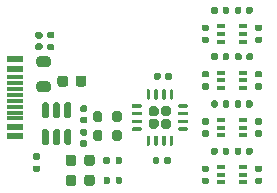
<source format=gtp>
G04 #@! TF.GenerationSoftware,KiCad,Pcbnew,9.0.1*
G04 #@! TF.CreationDate,2025-05-17T15:06:54+00:00*
G04 #@! TF.ProjectId,usb-uart,7573622d-7561-4727-942e-6b696361645f,rev?*
G04 #@! TF.SameCoordinates,Original*
G04 #@! TF.FileFunction,Paste,Top*
G04 #@! TF.FilePolarity,Positive*
%FSLAX46Y46*%
G04 Gerber Fmt 4.6, Leading zero omitted, Abs format (unit mm)*
G04 Created by KiCad (PCBNEW 9.0.1) date 2025-05-17 15:06:54*
%MOMM*%
%LPD*%
G01*
G04 APERTURE LIST*
%ADD10R,0.650000X0.400000*%
%ADD11R,1.450000X0.600000*%
%ADD12R,1.450000X0.300000*%
G04 APERTURE END LIST*
G36*
G01*
X112870000Y-90785000D02*
X112870000Y-90415000D01*
G75*
G02*
X113005000Y-90280000I135000J0D01*
G01*
X113275000Y-90280000D01*
G75*
G02*
X113410000Y-90415000I0J-135000D01*
G01*
X113410000Y-90785000D01*
G75*
G02*
X113275000Y-90920000I-135000J0D01*
G01*
X113005000Y-90920000D01*
G75*
G02*
X112870000Y-90785000I0J135000D01*
G01*
G37*
G36*
G01*
X113890000Y-90785000D02*
X113890000Y-90415000D01*
G75*
G02*
X114025000Y-90280000I135000J0D01*
G01*
X114295000Y-90280000D01*
G75*
G02*
X114430000Y-90415000I0J-135000D01*
G01*
X114430000Y-90785000D01*
G75*
G02*
X114295000Y-90920000I-135000J0D01*
G01*
X114025000Y-90920000D01*
G75*
G02*
X113890000Y-90785000I0J135000D01*
G01*
G37*
G36*
G01*
X125490000Y-85655000D02*
X125490000Y-85995000D01*
G75*
G02*
X125350000Y-86135000I-140000J0D01*
G01*
X125070000Y-86135000D01*
G75*
G02*
X124930000Y-85995000I0J140000D01*
G01*
X124930000Y-85655000D01*
G75*
G02*
X125070000Y-85515000I140000J0D01*
G01*
X125350000Y-85515000D01*
G75*
G02*
X125490000Y-85655000I0J-140000D01*
G01*
G37*
G36*
G01*
X124530000Y-85655000D02*
X124530000Y-85995000D01*
G75*
G02*
X124390000Y-86135000I-140000J0D01*
G01*
X124110000Y-86135000D01*
G75*
G02*
X123970000Y-85995000I0J140000D01*
G01*
X123970000Y-85655000D01*
G75*
G02*
X124110000Y-85515000I140000J0D01*
G01*
X124390000Y-85515000D01*
G75*
G02*
X124530000Y-85655000I0J-140000D01*
G01*
G37*
D10*
X122800000Y-91175000D03*
X122800000Y-91825000D03*
X122800000Y-92475000D03*
X124700000Y-92475000D03*
X124700000Y-91825000D03*
X124700000Y-91175000D03*
G36*
G01*
X112125000Y-90343750D02*
X112125000Y-90856250D01*
G75*
G02*
X111906250Y-91075000I-218750J0D01*
G01*
X111468750Y-91075000D01*
G75*
G02*
X111250000Y-90856250I0J218750D01*
G01*
X111250000Y-90343750D01*
G75*
G02*
X111468750Y-90125000I218750J0D01*
G01*
X111906250Y-90125000D01*
G75*
G02*
X112125000Y-90343750I0J-218750D01*
G01*
G37*
G36*
G01*
X110550000Y-90343750D02*
X110550000Y-90856250D01*
G75*
G02*
X110331250Y-91075000I-218750J0D01*
G01*
X109893750Y-91075000D01*
G75*
G02*
X109675000Y-90856250I0J218750D01*
G01*
X109675000Y-90343750D01*
G75*
G02*
X109893750Y-90125000I218750J0D01*
G01*
X110331250Y-90125000D01*
G75*
G02*
X110550000Y-90343750I0J-218750D01*
G01*
G37*
G36*
G01*
X125510000Y-77720000D02*
X125510000Y-78060000D01*
G75*
G02*
X125370000Y-78200000I-140000J0D01*
G01*
X125090000Y-78200000D01*
G75*
G02*
X124950000Y-78060000I0J140000D01*
G01*
X124950000Y-77720000D01*
G75*
G02*
X125090000Y-77580000I140000J0D01*
G01*
X125370000Y-77580000D01*
G75*
G02*
X125510000Y-77720000I0J-140000D01*
G01*
G37*
G36*
G01*
X124550000Y-77720000D02*
X124550000Y-78060000D01*
G75*
G02*
X124410000Y-78200000I-140000J0D01*
G01*
X124130000Y-78200000D01*
G75*
G02*
X123990000Y-78060000I0J140000D01*
G01*
X123990000Y-77720000D01*
G75*
G02*
X124130000Y-77580000I140000J0D01*
G01*
X124410000Y-77580000D01*
G75*
G02*
X124550000Y-77720000I0J-140000D01*
G01*
G37*
G36*
G01*
X121315000Y-91045000D02*
X121685000Y-91045000D01*
G75*
G02*
X121820000Y-91180000I0J-135000D01*
G01*
X121820000Y-91450000D01*
G75*
G02*
X121685000Y-91585000I-135000J0D01*
G01*
X121315000Y-91585000D01*
G75*
G02*
X121180000Y-91450000I0J135000D01*
G01*
X121180000Y-91180000D01*
G75*
G02*
X121315000Y-91045000I135000J0D01*
G01*
G37*
G36*
G01*
X121315000Y-92065000D02*
X121685000Y-92065000D01*
G75*
G02*
X121820000Y-92200000I0J-135000D01*
G01*
X121820000Y-92470000D01*
G75*
G02*
X121685000Y-92605000I-135000J0D01*
G01*
X121315000Y-92605000D01*
G75*
G02*
X121180000Y-92470000I0J135000D01*
G01*
X121180000Y-92200000D01*
G75*
G02*
X121315000Y-92065000I135000J0D01*
G01*
G37*
G36*
G01*
X111975000Y-87175000D02*
X111975000Y-86625000D01*
G75*
G02*
X112175000Y-86425000I200000J0D01*
G01*
X112575000Y-86425000D01*
G75*
G02*
X112775000Y-86625000I0J-200000D01*
G01*
X112775000Y-87175000D01*
G75*
G02*
X112575000Y-87375000I-200000J0D01*
G01*
X112175000Y-87375000D01*
G75*
G02*
X111975000Y-87175000I0J200000D01*
G01*
G37*
G36*
G01*
X113625000Y-87175000D02*
X113625000Y-86625000D01*
G75*
G02*
X113825000Y-86425000I200000J0D01*
G01*
X114225000Y-86425000D01*
G75*
G02*
X114425000Y-86625000I0J-200000D01*
G01*
X114425000Y-87175000D01*
G75*
G02*
X114225000Y-87375000I-200000J0D01*
G01*
X113825000Y-87375000D01*
G75*
G02*
X113625000Y-87175000I0J200000D01*
G01*
G37*
G36*
G01*
X107015000Y-90020000D02*
X107385000Y-90020000D01*
G75*
G02*
X107520000Y-90155000I0J-135000D01*
G01*
X107520000Y-90425000D01*
G75*
G02*
X107385000Y-90560000I-135000J0D01*
G01*
X107015000Y-90560000D01*
G75*
G02*
X106880000Y-90425000I0J135000D01*
G01*
X106880000Y-90155000D01*
G75*
G02*
X107015000Y-90020000I135000J0D01*
G01*
G37*
G36*
G01*
X107015000Y-91040000D02*
X107385000Y-91040000D01*
G75*
G02*
X107520000Y-91175000I0J-135000D01*
G01*
X107520000Y-91445000D01*
G75*
G02*
X107385000Y-91580000I-135000J0D01*
G01*
X107015000Y-91580000D01*
G75*
G02*
X106880000Y-91445000I0J135000D01*
G01*
X106880000Y-91175000D01*
G75*
G02*
X107015000Y-91040000I135000J0D01*
G01*
G37*
X122800000Y-79240000D03*
X122800000Y-79890000D03*
X122800000Y-80540000D03*
X124700000Y-80540000D03*
X124700000Y-79890000D03*
X124700000Y-79240000D03*
G36*
G01*
X121990000Y-85995000D02*
X121990000Y-85655000D01*
G75*
G02*
X122130000Y-85515000I140000J0D01*
G01*
X122410000Y-85515000D01*
G75*
G02*
X122550000Y-85655000I0J-140000D01*
G01*
X122550000Y-85995000D01*
G75*
G02*
X122410000Y-86135000I-140000J0D01*
G01*
X122130000Y-86135000D01*
G75*
G02*
X121990000Y-85995000I0J140000D01*
G01*
G37*
G36*
G01*
X122950000Y-85995000D02*
X122950000Y-85655000D01*
G75*
G02*
X123090000Y-85515000I140000J0D01*
G01*
X123370000Y-85515000D01*
G75*
G02*
X123510000Y-85655000I0J-140000D01*
G01*
X123510000Y-85995000D01*
G75*
G02*
X123370000Y-86135000I-140000J0D01*
G01*
X123090000Y-86135000D01*
G75*
G02*
X122950000Y-85995000I0J140000D01*
G01*
G37*
G36*
G01*
X125815000Y-91045000D02*
X126185000Y-91045000D01*
G75*
G02*
X126320000Y-91180000I0J-135000D01*
G01*
X126320000Y-91450000D01*
G75*
G02*
X126185000Y-91585000I-135000J0D01*
G01*
X125815000Y-91585000D01*
G75*
G02*
X125680000Y-91450000I0J135000D01*
G01*
X125680000Y-91180000D01*
G75*
G02*
X125815000Y-91045000I135000J0D01*
G01*
G37*
G36*
G01*
X125815000Y-92065000D02*
X126185000Y-92065000D01*
G75*
G02*
X126320000Y-92200000I0J-135000D01*
G01*
X126320000Y-92470000D01*
G75*
G02*
X126185000Y-92605000I-135000J0D01*
G01*
X125815000Y-92605000D01*
G75*
G02*
X125680000Y-92470000I0J135000D01*
G01*
X125680000Y-92200000D01*
G75*
G02*
X125815000Y-92065000I135000J0D01*
G01*
G37*
X122800000Y-87175000D03*
X122800000Y-87825000D03*
X122800000Y-88475000D03*
X124700000Y-88475000D03*
X124700000Y-87825000D03*
X124700000Y-87175000D03*
G36*
G01*
X125510000Y-89655000D02*
X125510000Y-89995000D01*
G75*
G02*
X125370000Y-90135000I-140000J0D01*
G01*
X125090000Y-90135000D01*
G75*
G02*
X124950000Y-89995000I0J140000D01*
G01*
X124950000Y-89655000D01*
G75*
G02*
X125090000Y-89515000I140000J0D01*
G01*
X125370000Y-89515000D01*
G75*
G02*
X125510000Y-89655000I0J-140000D01*
G01*
G37*
G36*
G01*
X124550000Y-89655000D02*
X124550000Y-89995000D01*
G75*
G02*
X124410000Y-90135000I-140000J0D01*
G01*
X124130000Y-90135000D01*
G75*
G02*
X123990000Y-89995000I0J140000D01*
G01*
X123990000Y-89655000D01*
G75*
G02*
X124130000Y-89515000I140000J0D01*
G01*
X124410000Y-89515000D01*
G75*
G02*
X124550000Y-89655000I0J-140000D01*
G01*
G37*
G36*
G01*
X125815000Y-83045000D02*
X126185000Y-83045000D01*
G75*
G02*
X126320000Y-83180000I0J-135000D01*
G01*
X126320000Y-83450000D01*
G75*
G02*
X126185000Y-83585000I-135000J0D01*
G01*
X125815000Y-83585000D01*
G75*
G02*
X125680000Y-83450000I0J135000D01*
G01*
X125680000Y-83180000D01*
G75*
G02*
X125815000Y-83045000I135000J0D01*
G01*
G37*
G36*
G01*
X125815000Y-84065000D02*
X126185000Y-84065000D01*
G75*
G02*
X126320000Y-84200000I0J-135000D01*
G01*
X126320000Y-84470000D01*
G75*
G02*
X126185000Y-84605000I-135000J0D01*
G01*
X125815000Y-84605000D01*
G75*
G02*
X125680000Y-84470000I0J135000D01*
G01*
X125680000Y-84200000D01*
G75*
G02*
X125815000Y-84065000I135000J0D01*
G01*
G37*
X122800000Y-83175000D03*
X122800000Y-83825000D03*
X122800000Y-84475000D03*
X124700000Y-84475000D03*
X124700000Y-83825000D03*
X124700000Y-83175000D03*
G36*
G01*
X121990000Y-78060000D02*
X121990000Y-77720000D01*
G75*
G02*
X122130000Y-77580000I140000J0D01*
G01*
X122410000Y-77580000D01*
G75*
G02*
X122550000Y-77720000I0J-140000D01*
G01*
X122550000Y-78060000D01*
G75*
G02*
X122410000Y-78200000I-140000J0D01*
G01*
X122130000Y-78200000D01*
G75*
G02*
X121990000Y-78060000I0J140000D01*
G01*
G37*
G36*
G01*
X122950000Y-78060000D02*
X122950000Y-77720000D01*
G75*
G02*
X123090000Y-77580000I140000J0D01*
G01*
X123370000Y-77580000D01*
G75*
G02*
X123510000Y-77720000I0J-140000D01*
G01*
X123510000Y-78060000D01*
G75*
G02*
X123370000Y-78200000I-140000J0D01*
G01*
X123090000Y-78200000D01*
G75*
G02*
X122950000Y-78060000I0J140000D01*
G01*
G37*
G36*
G01*
X118660000Y-83330000D02*
X118660000Y-83670000D01*
G75*
G02*
X118520000Y-83810000I-140000J0D01*
G01*
X118240000Y-83810000D01*
G75*
G02*
X118100000Y-83670000I0J140000D01*
G01*
X118100000Y-83330000D01*
G75*
G02*
X118240000Y-83190000I140000J0D01*
G01*
X118520000Y-83190000D01*
G75*
G02*
X118660000Y-83330000I0J-140000D01*
G01*
G37*
G36*
G01*
X117700000Y-83330000D02*
X117700000Y-83670000D01*
G75*
G02*
X117560000Y-83810000I-140000J0D01*
G01*
X117280000Y-83810000D01*
G75*
G02*
X117140000Y-83670000I0J140000D01*
G01*
X117140000Y-83330000D01*
G75*
G02*
X117280000Y-83190000I140000J0D01*
G01*
X117560000Y-83190000D01*
G75*
G02*
X117700000Y-83330000I0J-140000D01*
G01*
G37*
G36*
G01*
X112125000Y-92043750D02*
X112125000Y-92556250D01*
G75*
G02*
X111906250Y-92775000I-218750J0D01*
G01*
X111468750Y-92775000D01*
G75*
G02*
X111250000Y-92556250I0J218750D01*
G01*
X111250000Y-92043750D01*
G75*
G02*
X111468750Y-91825000I218750J0D01*
G01*
X111906250Y-91825000D01*
G75*
G02*
X112125000Y-92043750I0J-218750D01*
G01*
G37*
G36*
G01*
X110550000Y-92043750D02*
X110550000Y-92556250D01*
G75*
G02*
X110331250Y-92775000I-218750J0D01*
G01*
X109893750Y-92775000D01*
G75*
G02*
X109675000Y-92556250I0J218750D01*
G01*
X109675000Y-92043750D01*
G75*
G02*
X109893750Y-91825000I218750J0D01*
G01*
X110331250Y-91825000D01*
G75*
G02*
X110550000Y-92043750I0J-218750D01*
G01*
G37*
G36*
G01*
X112880000Y-92485000D02*
X112880000Y-92115000D01*
G75*
G02*
X113015000Y-91980000I135000J0D01*
G01*
X113285000Y-91980000D01*
G75*
G02*
X113420000Y-92115000I0J-135000D01*
G01*
X113420000Y-92485000D01*
G75*
G02*
X113285000Y-92620000I-135000J0D01*
G01*
X113015000Y-92620000D01*
G75*
G02*
X112880000Y-92485000I0J135000D01*
G01*
G37*
G36*
G01*
X113900000Y-92485000D02*
X113900000Y-92115000D01*
G75*
G02*
X114035000Y-91980000I135000J0D01*
G01*
X114305000Y-91980000D01*
G75*
G02*
X114440000Y-92115000I0J-135000D01*
G01*
X114440000Y-92485000D01*
G75*
G02*
X114305000Y-92620000I-135000J0D01*
G01*
X114035000Y-92620000D01*
G75*
G02*
X113900000Y-92485000I0J135000D01*
G01*
G37*
G36*
G01*
X121990000Y-89995000D02*
X121990000Y-89655000D01*
G75*
G02*
X122130000Y-89515000I140000J0D01*
G01*
X122410000Y-89515000D01*
G75*
G02*
X122550000Y-89655000I0J-140000D01*
G01*
X122550000Y-89995000D01*
G75*
G02*
X122410000Y-90135000I-140000J0D01*
G01*
X122130000Y-90135000D01*
G75*
G02*
X121990000Y-89995000I0J140000D01*
G01*
G37*
G36*
G01*
X122950000Y-89995000D02*
X122950000Y-89655000D01*
G75*
G02*
X123090000Y-89515000I140000J0D01*
G01*
X123370000Y-89515000D01*
G75*
G02*
X123510000Y-89655000I0J-140000D01*
G01*
X123510000Y-89995000D01*
G75*
G02*
X123370000Y-90135000I-140000J0D01*
G01*
X123090000Y-90135000D01*
G75*
G02*
X122950000Y-89995000I0J140000D01*
G01*
G37*
G36*
G01*
X121990000Y-81995000D02*
X121990000Y-81655000D01*
G75*
G02*
X122130000Y-81515000I140000J0D01*
G01*
X122410000Y-81515000D01*
G75*
G02*
X122550000Y-81655000I0J-140000D01*
G01*
X122550000Y-81995000D01*
G75*
G02*
X122410000Y-82135000I-140000J0D01*
G01*
X122130000Y-82135000D01*
G75*
G02*
X121990000Y-81995000I0J140000D01*
G01*
G37*
G36*
G01*
X122950000Y-81995000D02*
X122950000Y-81655000D01*
G75*
G02*
X123090000Y-81515000I140000J0D01*
G01*
X123370000Y-81515000D01*
G75*
G02*
X123510000Y-81655000I0J-140000D01*
G01*
X123510000Y-81995000D01*
G75*
G02*
X123370000Y-82135000I-140000J0D01*
G01*
X123090000Y-82135000D01*
G75*
G02*
X122950000Y-81995000I0J140000D01*
G01*
G37*
G36*
G01*
X125530000Y-81655000D02*
X125530000Y-81995000D01*
G75*
G02*
X125390000Y-82135000I-140000J0D01*
G01*
X125110000Y-82135000D01*
G75*
G02*
X124970000Y-81995000I0J140000D01*
G01*
X124970000Y-81655000D01*
G75*
G02*
X125110000Y-81515000I140000J0D01*
G01*
X125390000Y-81515000D01*
G75*
G02*
X125530000Y-81655000I0J-140000D01*
G01*
G37*
G36*
G01*
X124570000Y-81655000D02*
X124570000Y-81995000D01*
G75*
G02*
X124430000Y-82135000I-140000J0D01*
G01*
X124150000Y-82135000D01*
G75*
G02*
X124010000Y-81995000I0J140000D01*
G01*
X124010000Y-81655000D01*
G75*
G02*
X124150000Y-81515000I140000J0D01*
G01*
X124430000Y-81515000D01*
G75*
G02*
X124570000Y-81655000I0J-140000D01*
G01*
G37*
G36*
G01*
X121315000Y-79110000D02*
X121685000Y-79110000D01*
G75*
G02*
X121820000Y-79245000I0J-135000D01*
G01*
X121820000Y-79515000D01*
G75*
G02*
X121685000Y-79650000I-135000J0D01*
G01*
X121315000Y-79650000D01*
G75*
G02*
X121180000Y-79515000I0J135000D01*
G01*
X121180000Y-79245000D01*
G75*
G02*
X121315000Y-79110000I135000J0D01*
G01*
G37*
G36*
G01*
X121315000Y-80130000D02*
X121685000Y-80130000D01*
G75*
G02*
X121820000Y-80265000I0J-135000D01*
G01*
X121820000Y-80535000D01*
G75*
G02*
X121685000Y-80670000I-135000J0D01*
G01*
X121315000Y-80670000D01*
G75*
G02*
X121180000Y-80535000I0J135000D01*
G01*
X121180000Y-80265000D01*
G75*
G02*
X121315000Y-80130000I135000J0D01*
G01*
G37*
G36*
G01*
X107418750Y-81800000D02*
X108181250Y-81800000D01*
G75*
G02*
X108400000Y-82018750I0J-218750D01*
G01*
X108400000Y-82456250D01*
G75*
G02*
X108181250Y-82675000I-218750J0D01*
G01*
X107418750Y-82675000D01*
G75*
G02*
X107200000Y-82456250I0J218750D01*
G01*
X107200000Y-82018750D01*
G75*
G02*
X107418750Y-81800000I218750J0D01*
G01*
G37*
G36*
G01*
X107418750Y-83925000D02*
X108181250Y-83925000D01*
G75*
G02*
X108400000Y-84143750I0J-218750D01*
G01*
X108400000Y-84581250D01*
G75*
G02*
X108181250Y-84800000I-218750J0D01*
G01*
X107418750Y-84800000D01*
G75*
G02*
X107200000Y-84581250I0J218750D01*
G01*
X107200000Y-84143750D01*
G75*
G02*
X107418750Y-83925000I218750J0D01*
G01*
G37*
G36*
G01*
X108975000Y-84150000D02*
X108975000Y-83650000D01*
G75*
G02*
X109200000Y-83425000I225000J0D01*
G01*
X109650000Y-83425000D01*
G75*
G02*
X109875000Y-83650000I0J-225000D01*
G01*
X109875000Y-84150000D01*
G75*
G02*
X109650000Y-84375000I-225000J0D01*
G01*
X109200000Y-84375000D01*
G75*
G02*
X108975000Y-84150000I0J225000D01*
G01*
G37*
G36*
G01*
X110525000Y-84150000D02*
X110525000Y-83650000D01*
G75*
G02*
X110750000Y-83425000I225000J0D01*
G01*
X111200000Y-83425000D01*
G75*
G02*
X111425000Y-83650000I0J-225000D01*
G01*
X111425000Y-84150000D01*
G75*
G02*
X111200000Y-84375000I-225000J0D01*
G01*
X110750000Y-84375000D01*
G75*
G02*
X110525000Y-84150000I0J225000D01*
G01*
G37*
G36*
G01*
X111030000Y-87940000D02*
X111370000Y-87940000D01*
G75*
G02*
X111510000Y-88080000I0J-140000D01*
G01*
X111510000Y-88360000D01*
G75*
G02*
X111370000Y-88500000I-140000J0D01*
G01*
X111030000Y-88500000D01*
G75*
G02*
X110890000Y-88360000I0J140000D01*
G01*
X110890000Y-88080000D01*
G75*
G02*
X111030000Y-87940000I140000J0D01*
G01*
G37*
G36*
G01*
X111030000Y-88900000D02*
X111370000Y-88900000D01*
G75*
G02*
X111510000Y-89040000I0J-140000D01*
G01*
X111510000Y-89320000D01*
G75*
G02*
X111370000Y-89460000I-140000J0D01*
G01*
X111030000Y-89460000D01*
G75*
G02*
X110890000Y-89320000I0J140000D01*
G01*
X110890000Y-89040000D01*
G75*
G02*
X111030000Y-88900000I140000J0D01*
G01*
G37*
D11*
X105395000Y-82050000D03*
X105395000Y-82850000D03*
D12*
X105395000Y-84050000D03*
X105395000Y-85050000D03*
X105395000Y-85550000D03*
X105395000Y-86550000D03*
D11*
X105395000Y-87750000D03*
X105395000Y-88550000D03*
X105395000Y-88550000D03*
X105395000Y-87750000D03*
D12*
X105395000Y-87050000D03*
X105395000Y-86050000D03*
X105395000Y-84550000D03*
X105395000Y-83550000D03*
D11*
X105395000Y-82850000D03*
X105395000Y-82050000D03*
G36*
G01*
X121315000Y-83045000D02*
X121685000Y-83045000D01*
G75*
G02*
X121820000Y-83180000I0J-135000D01*
G01*
X121820000Y-83450000D01*
G75*
G02*
X121685000Y-83585000I-135000J0D01*
G01*
X121315000Y-83585000D01*
G75*
G02*
X121180000Y-83450000I0J135000D01*
G01*
X121180000Y-83180000D01*
G75*
G02*
X121315000Y-83045000I135000J0D01*
G01*
G37*
G36*
G01*
X121315000Y-84065000D02*
X121685000Y-84065000D01*
G75*
G02*
X121820000Y-84200000I0J-135000D01*
G01*
X121820000Y-84470000D01*
G75*
G02*
X121685000Y-84605000I-135000J0D01*
G01*
X121315000Y-84605000D01*
G75*
G02*
X121180000Y-84470000I0J135000D01*
G01*
X121180000Y-84200000D01*
G75*
G02*
X121315000Y-84065000I135000J0D01*
G01*
G37*
G36*
G01*
X117040000Y-90770000D02*
X117040000Y-90430000D01*
G75*
G02*
X117180000Y-90290000I140000J0D01*
G01*
X117460000Y-90290000D01*
G75*
G02*
X117600000Y-90430000I0J-140000D01*
G01*
X117600000Y-90770000D01*
G75*
G02*
X117460000Y-90910000I-140000J0D01*
G01*
X117180000Y-90910000D01*
G75*
G02*
X117040000Y-90770000I0J140000D01*
G01*
G37*
G36*
G01*
X118000000Y-90770000D02*
X118000000Y-90430000D01*
G75*
G02*
X118140000Y-90290000I140000J0D01*
G01*
X118420000Y-90290000D01*
G75*
G02*
X118560000Y-90430000I0J-140000D01*
G01*
X118560000Y-90770000D01*
G75*
G02*
X118420000Y-90910000I-140000J0D01*
G01*
X118140000Y-90910000D01*
G75*
G02*
X118000000Y-90770000I0J140000D01*
G01*
G37*
G36*
G01*
X121315000Y-87045000D02*
X121685000Y-87045000D01*
G75*
G02*
X121820000Y-87180000I0J-135000D01*
G01*
X121820000Y-87450000D01*
G75*
G02*
X121685000Y-87585000I-135000J0D01*
G01*
X121315000Y-87585000D01*
G75*
G02*
X121180000Y-87450000I0J135000D01*
G01*
X121180000Y-87180000D01*
G75*
G02*
X121315000Y-87045000I135000J0D01*
G01*
G37*
G36*
G01*
X121315000Y-88065000D02*
X121685000Y-88065000D01*
G75*
G02*
X121820000Y-88200000I0J-135000D01*
G01*
X121820000Y-88470000D01*
G75*
G02*
X121685000Y-88605000I-135000J0D01*
G01*
X121315000Y-88605000D01*
G75*
G02*
X121180000Y-88470000I0J135000D01*
G01*
X121180000Y-88200000D01*
G75*
G02*
X121315000Y-88065000I135000J0D01*
G01*
G37*
G36*
G01*
X111975000Y-88775000D02*
X111975000Y-88225000D01*
G75*
G02*
X112175000Y-88025000I200000J0D01*
G01*
X112575000Y-88025000D01*
G75*
G02*
X112775000Y-88225000I0J-200000D01*
G01*
X112775000Y-88775000D01*
G75*
G02*
X112575000Y-88975000I-200000J0D01*
G01*
X112175000Y-88975000D01*
G75*
G02*
X111975000Y-88775000I0J200000D01*
G01*
G37*
G36*
G01*
X113625000Y-88775000D02*
X113625000Y-88225000D01*
G75*
G02*
X113825000Y-88025000I200000J0D01*
G01*
X114225000Y-88025000D01*
G75*
G02*
X114425000Y-88225000I0J-200000D01*
G01*
X114425000Y-88775000D01*
G75*
G02*
X114225000Y-88975000I-200000J0D01*
G01*
X113825000Y-88975000D01*
G75*
G02*
X113625000Y-88775000I0J200000D01*
G01*
G37*
G36*
G01*
X117962500Y-86025000D02*
X118387500Y-86025000D01*
G75*
G02*
X118600000Y-86237500I0J-212500D01*
G01*
X118600000Y-86662500D01*
G75*
G02*
X118387500Y-86875000I-212500J0D01*
G01*
X117962500Y-86875000D01*
G75*
G02*
X117750000Y-86662500I0J212500D01*
G01*
X117750000Y-86237500D01*
G75*
G02*
X117962500Y-86025000I212500J0D01*
G01*
G37*
G36*
G01*
X116912500Y-86025000D02*
X117337500Y-86025000D01*
G75*
G02*
X117550000Y-86237500I0J-212500D01*
G01*
X117550000Y-86662500D01*
G75*
G02*
X117337500Y-86875000I-212500J0D01*
G01*
X116912500Y-86875000D01*
G75*
G02*
X116700000Y-86662500I0J212500D01*
G01*
X116700000Y-86237500D01*
G75*
G02*
X116912500Y-86025000I212500J0D01*
G01*
G37*
G36*
G01*
X117962500Y-87075000D02*
X118387500Y-87075000D01*
G75*
G02*
X118600000Y-87287500I0J-212500D01*
G01*
X118600000Y-87712500D01*
G75*
G02*
X118387500Y-87925000I-212500J0D01*
G01*
X117962500Y-87925000D01*
G75*
G02*
X117750000Y-87712500I0J212500D01*
G01*
X117750000Y-87287500D01*
G75*
G02*
X117962500Y-87075000I212500J0D01*
G01*
G37*
G36*
G01*
X116912500Y-87075000D02*
X117337500Y-87075000D01*
G75*
G02*
X117550000Y-87287500I0J-212500D01*
G01*
X117550000Y-87712500D01*
G75*
G02*
X117337500Y-87925000I-212500J0D01*
G01*
X116912500Y-87925000D01*
G75*
G02*
X116700000Y-87712500I0J212500D01*
G01*
X116700000Y-87287500D01*
G75*
G02*
X116912500Y-87075000I212500J0D01*
G01*
G37*
G36*
G01*
X118550000Y-84600000D02*
X118700000Y-84600000D01*
G75*
G02*
X118775000Y-84675000I0J-75000D01*
G01*
X118775000Y-85375000D01*
G75*
G02*
X118700000Y-85450000I-75000J0D01*
G01*
X118550000Y-85450000D01*
G75*
G02*
X118475000Y-85375000I0J75000D01*
G01*
X118475000Y-84675000D01*
G75*
G02*
X118550000Y-84600000I75000J0D01*
G01*
G37*
G36*
G01*
X117900000Y-84600000D02*
X118050000Y-84600000D01*
G75*
G02*
X118125000Y-84675000I0J-75000D01*
G01*
X118125000Y-85375000D01*
G75*
G02*
X118050000Y-85450000I-75000J0D01*
G01*
X117900000Y-85450000D01*
G75*
G02*
X117825000Y-85375000I0J75000D01*
G01*
X117825000Y-84675000D01*
G75*
G02*
X117900000Y-84600000I75000J0D01*
G01*
G37*
G36*
G01*
X117250000Y-84600000D02*
X117400000Y-84600000D01*
G75*
G02*
X117475000Y-84675000I0J-75000D01*
G01*
X117475000Y-85375000D01*
G75*
G02*
X117400000Y-85450000I-75000J0D01*
G01*
X117250000Y-85450000D01*
G75*
G02*
X117175000Y-85375000I0J75000D01*
G01*
X117175000Y-84675000D01*
G75*
G02*
X117250000Y-84600000I75000J0D01*
G01*
G37*
G36*
G01*
X116600000Y-84600000D02*
X116750000Y-84600000D01*
G75*
G02*
X116825000Y-84675000I0J-75000D01*
G01*
X116825000Y-85375000D01*
G75*
G02*
X116750000Y-85450000I-75000J0D01*
G01*
X116600000Y-85450000D01*
G75*
G02*
X116525000Y-85375000I0J75000D01*
G01*
X116525000Y-84675000D01*
G75*
G02*
X116600000Y-84600000I75000J0D01*
G01*
G37*
G36*
G01*
X115350000Y-85850000D02*
X116050000Y-85850000D01*
G75*
G02*
X116125000Y-85925000I0J-75000D01*
G01*
X116125000Y-86075000D01*
G75*
G02*
X116050000Y-86150000I-75000J0D01*
G01*
X115350000Y-86150000D01*
G75*
G02*
X115275000Y-86075000I0J75000D01*
G01*
X115275000Y-85925000D01*
G75*
G02*
X115350000Y-85850000I75000J0D01*
G01*
G37*
G36*
G01*
X115350000Y-86500000D02*
X116050000Y-86500000D01*
G75*
G02*
X116125000Y-86575000I0J-75000D01*
G01*
X116125000Y-86725000D01*
G75*
G02*
X116050000Y-86800000I-75000J0D01*
G01*
X115350000Y-86800000D01*
G75*
G02*
X115275000Y-86725000I0J75000D01*
G01*
X115275000Y-86575000D01*
G75*
G02*
X115350000Y-86500000I75000J0D01*
G01*
G37*
G36*
G01*
X115350000Y-87150000D02*
X116050000Y-87150000D01*
G75*
G02*
X116125000Y-87225000I0J-75000D01*
G01*
X116125000Y-87375000D01*
G75*
G02*
X116050000Y-87450000I-75000J0D01*
G01*
X115350000Y-87450000D01*
G75*
G02*
X115275000Y-87375000I0J75000D01*
G01*
X115275000Y-87225000D01*
G75*
G02*
X115350000Y-87150000I75000J0D01*
G01*
G37*
G36*
G01*
X115350000Y-87800000D02*
X116050000Y-87800000D01*
G75*
G02*
X116125000Y-87875000I0J-75000D01*
G01*
X116125000Y-88025000D01*
G75*
G02*
X116050000Y-88100000I-75000J0D01*
G01*
X115350000Y-88100000D01*
G75*
G02*
X115275000Y-88025000I0J75000D01*
G01*
X115275000Y-87875000D01*
G75*
G02*
X115350000Y-87800000I75000J0D01*
G01*
G37*
G36*
G01*
X116600000Y-88500000D02*
X116750000Y-88500000D01*
G75*
G02*
X116825000Y-88575000I0J-75000D01*
G01*
X116825000Y-89275000D01*
G75*
G02*
X116750000Y-89350000I-75000J0D01*
G01*
X116600000Y-89350000D01*
G75*
G02*
X116525000Y-89275000I0J75000D01*
G01*
X116525000Y-88575000D01*
G75*
G02*
X116600000Y-88500000I75000J0D01*
G01*
G37*
G36*
G01*
X117250000Y-88500000D02*
X117400000Y-88500000D01*
G75*
G02*
X117475000Y-88575000I0J-75000D01*
G01*
X117475000Y-89275000D01*
G75*
G02*
X117400000Y-89350000I-75000J0D01*
G01*
X117250000Y-89350000D01*
G75*
G02*
X117175000Y-89275000I0J75000D01*
G01*
X117175000Y-88575000D01*
G75*
G02*
X117250000Y-88500000I75000J0D01*
G01*
G37*
G36*
G01*
X117900000Y-88500000D02*
X118050000Y-88500000D01*
G75*
G02*
X118125000Y-88575000I0J-75000D01*
G01*
X118125000Y-89275000D01*
G75*
G02*
X118050000Y-89350000I-75000J0D01*
G01*
X117900000Y-89350000D01*
G75*
G02*
X117825000Y-89275000I0J75000D01*
G01*
X117825000Y-88575000D01*
G75*
G02*
X117900000Y-88500000I75000J0D01*
G01*
G37*
G36*
G01*
X118550000Y-88500000D02*
X118700000Y-88500000D01*
G75*
G02*
X118775000Y-88575000I0J-75000D01*
G01*
X118775000Y-89275000D01*
G75*
G02*
X118700000Y-89350000I-75000J0D01*
G01*
X118550000Y-89350000D01*
G75*
G02*
X118475000Y-89275000I0J75000D01*
G01*
X118475000Y-88575000D01*
G75*
G02*
X118550000Y-88500000I75000J0D01*
G01*
G37*
G36*
G01*
X119250000Y-87800000D02*
X119950000Y-87800000D01*
G75*
G02*
X120025000Y-87875000I0J-75000D01*
G01*
X120025000Y-88025000D01*
G75*
G02*
X119950000Y-88100000I-75000J0D01*
G01*
X119250000Y-88100000D01*
G75*
G02*
X119175000Y-88025000I0J75000D01*
G01*
X119175000Y-87875000D01*
G75*
G02*
X119250000Y-87800000I75000J0D01*
G01*
G37*
G36*
G01*
X119250000Y-87150000D02*
X119950000Y-87150000D01*
G75*
G02*
X120025000Y-87225000I0J-75000D01*
G01*
X120025000Y-87375000D01*
G75*
G02*
X119950000Y-87450000I-75000J0D01*
G01*
X119250000Y-87450000D01*
G75*
G02*
X119175000Y-87375000I0J75000D01*
G01*
X119175000Y-87225000D01*
G75*
G02*
X119250000Y-87150000I75000J0D01*
G01*
G37*
G36*
G01*
X119250000Y-86500000D02*
X119950000Y-86500000D01*
G75*
G02*
X120025000Y-86575000I0J-75000D01*
G01*
X120025000Y-86725000D01*
G75*
G02*
X119950000Y-86800000I-75000J0D01*
G01*
X119250000Y-86800000D01*
G75*
G02*
X119175000Y-86725000I0J75000D01*
G01*
X119175000Y-86575000D01*
G75*
G02*
X119250000Y-86500000I75000J0D01*
G01*
G37*
G36*
G01*
X119250000Y-85850000D02*
X119950000Y-85850000D01*
G75*
G02*
X120025000Y-85925000I0J-75000D01*
G01*
X120025000Y-86075000D01*
G75*
G02*
X119950000Y-86150000I-75000J0D01*
G01*
X119250000Y-86150000D01*
G75*
G02*
X119175000Y-86075000I0J75000D01*
G01*
X119175000Y-85925000D01*
G75*
G02*
X119250000Y-85850000I75000J0D01*
G01*
G37*
G36*
G01*
X111370000Y-87460000D02*
X111030000Y-87460000D01*
G75*
G02*
X110890000Y-87320000I0J140000D01*
G01*
X110890000Y-87040000D01*
G75*
G02*
X111030000Y-86900000I140000J0D01*
G01*
X111370000Y-86900000D01*
G75*
G02*
X111510000Y-87040000I0J-140000D01*
G01*
X111510000Y-87320000D01*
G75*
G02*
X111370000Y-87460000I-140000J0D01*
G01*
G37*
G36*
G01*
X111370000Y-86500000D02*
X111030000Y-86500000D01*
G75*
G02*
X110890000Y-86360000I0J140000D01*
G01*
X110890000Y-86080000D01*
G75*
G02*
X111030000Y-85940000I140000J0D01*
G01*
X111370000Y-85940000D01*
G75*
G02*
X111510000Y-86080000I0J-140000D01*
G01*
X111510000Y-86360000D01*
G75*
G02*
X111370000Y-86500000I-140000J0D01*
G01*
G37*
G36*
G01*
X125815000Y-79110000D02*
X126185000Y-79110000D01*
G75*
G02*
X126320000Y-79245000I0J-135000D01*
G01*
X126320000Y-79515000D01*
G75*
G02*
X126185000Y-79650000I-135000J0D01*
G01*
X125815000Y-79650000D01*
G75*
G02*
X125680000Y-79515000I0J135000D01*
G01*
X125680000Y-79245000D01*
G75*
G02*
X125815000Y-79110000I135000J0D01*
G01*
G37*
G36*
G01*
X125815000Y-80130000D02*
X126185000Y-80130000D01*
G75*
G02*
X126320000Y-80265000I0J-135000D01*
G01*
X126320000Y-80535000D01*
G75*
G02*
X126185000Y-80670000I-135000J0D01*
G01*
X125815000Y-80670000D01*
G75*
G02*
X125680000Y-80535000I0J135000D01*
G01*
X125680000Y-80265000D01*
G75*
G02*
X125815000Y-80130000I135000J0D01*
G01*
G37*
G36*
G01*
X108585000Y-81280000D02*
X108215000Y-81280000D01*
G75*
G02*
X108080000Y-81145000I0J135000D01*
G01*
X108080000Y-80875000D01*
G75*
G02*
X108215000Y-80740000I135000J0D01*
G01*
X108585000Y-80740000D01*
G75*
G02*
X108720000Y-80875000I0J-135000D01*
G01*
X108720000Y-81145000D01*
G75*
G02*
X108585000Y-81280000I-135000J0D01*
G01*
G37*
G36*
G01*
X108585000Y-80260000D02*
X108215000Y-80260000D01*
G75*
G02*
X108080000Y-80125000I0J135000D01*
G01*
X108080000Y-79855000D01*
G75*
G02*
X108215000Y-79720000I135000J0D01*
G01*
X108585000Y-79720000D01*
G75*
G02*
X108720000Y-79855000I0J-135000D01*
G01*
X108720000Y-80125000D01*
G75*
G02*
X108585000Y-80260000I-135000J0D01*
G01*
G37*
G36*
G01*
X107570000Y-81260000D02*
X107230000Y-81260000D01*
G75*
G02*
X107090000Y-81120000I0J140000D01*
G01*
X107090000Y-80840000D01*
G75*
G02*
X107230000Y-80700000I140000J0D01*
G01*
X107570000Y-80700000D01*
G75*
G02*
X107710000Y-80840000I0J-140000D01*
G01*
X107710000Y-81120000D01*
G75*
G02*
X107570000Y-81260000I-140000J0D01*
G01*
G37*
G36*
G01*
X107570000Y-80300000D02*
X107230000Y-80300000D01*
G75*
G02*
X107090000Y-80160000I0J140000D01*
G01*
X107090000Y-79880000D01*
G75*
G02*
X107230000Y-79740000I140000J0D01*
G01*
X107570000Y-79740000D01*
G75*
G02*
X107710000Y-79880000I0J-140000D01*
G01*
X107710000Y-80160000D01*
G75*
G02*
X107570000Y-80300000I-140000J0D01*
G01*
G37*
G36*
G01*
X125815000Y-87045000D02*
X126185000Y-87045000D01*
G75*
G02*
X126320000Y-87180000I0J-135000D01*
G01*
X126320000Y-87450000D01*
G75*
G02*
X126185000Y-87585000I-135000J0D01*
G01*
X125815000Y-87585000D01*
G75*
G02*
X125680000Y-87450000I0J135000D01*
G01*
X125680000Y-87180000D01*
G75*
G02*
X125815000Y-87045000I135000J0D01*
G01*
G37*
G36*
G01*
X125815000Y-88065000D02*
X126185000Y-88065000D01*
G75*
G02*
X126320000Y-88200000I0J-135000D01*
G01*
X126320000Y-88470000D01*
G75*
G02*
X126185000Y-88605000I-135000J0D01*
G01*
X125815000Y-88605000D01*
G75*
G02*
X125680000Y-88470000I0J135000D01*
G01*
X125680000Y-88200000D01*
G75*
G02*
X125815000Y-88065000I135000J0D01*
G01*
G37*
G36*
G01*
X108100000Y-89300000D02*
X107800000Y-89300000D01*
G75*
G02*
X107650000Y-89150000I0J150000D01*
G01*
X107650000Y-88125000D01*
G75*
G02*
X107800000Y-87975000I150000J0D01*
G01*
X108100000Y-87975000D01*
G75*
G02*
X108250000Y-88125000I0J-150000D01*
G01*
X108250000Y-89150000D01*
G75*
G02*
X108100000Y-89300000I-150000J0D01*
G01*
G37*
G36*
G01*
X109050000Y-89300000D02*
X108750000Y-89300000D01*
G75*
G02*
X108600000Y-89150000I0J150000D01*
G01*
X108600000Y-88125000D01*
G75*
G02*
X108750000Y-87975000I150000J0D01*
G01*
X109050000Y-87975000D01*
G75*
G02*
X109200000Y-88125000I0J-150000D01*
G01*
X109200000Y-89150000D01*
G75*
G02*
X109050000Y-89300000I-150000J0D01*
G01*
G37*
G36*
G01*
X110000000Y-89300000D02*
X109700000Y-89300000D01*
G75*
G02*
X109550000Y-89150000I0J150000D01*
G01*
X109550000Y-88125000D01*
G75*
G02*
X109700000Y-87975000I150000J0D01*
G01*
X110000000Y-87975000D01*
G75*
G02*
X110150000Y-88125000I0J-150000D01*
G01*
X110150000Y-89150000D01*
G75*
G02*
X110000000Y-89300000I-150000J0D01*
G01*
G37*
G36*
G01*
X110000000Y-87025000D02*
X109700000Y-87025000D01*
G75*
G02*
X109550000Y-86875000I0J150000D01*
G01*
X109550000Y-85850000D01*
G75*
G02*
X109700000Y-85700000I150000J0D01*
G01*
X110000000Y-85700000D01*
G75*
G02*
X110150000Y-85850000I0J-150000D01*
G01*
X110150000Y-86875000D01*
G75*
G02*
X110000000Y-87025000I-150000J0D01*
G01*
G37*
G36*
G01*
X109050000Y-87025000D02*
X108750000Y-87025000D01*
G75*
G02*
X108600000Y-86875000I0J150000D01*
G01*
X108600000Y-85850000D01*
G75*
G02*
X108750000Y-85700000I150000J0D01*
G01*
X109050000Y-85700000D01*
G75*
G02*
X109200000Y-85850000I0J-150000D01*
G01*
X109200000Y-86875000D01*
G75*
G02*
X109050000Y-87025000I-150000J0D01*
G01*
G37*
G36*
G01*
X108100000Y-87025000D02*
X107800000Y-87025000D01*
G75*
G02*
X107650000Y-86875000I0J150000D01*
G01*
X107650000Y-85850000D01*
G75*
G02*
X107800000Y-85700000I150000J0D01*
G01*
X108100000Y-85700000D01*
G75*
G02*
X108250000Y-85850000I0J-150000D01*
G01*
X108250000Y-86875000D01*
G75*
G02*
X108100000Y-87025000I-150000J0D01*
G01*
G37*
M02*

</source>
